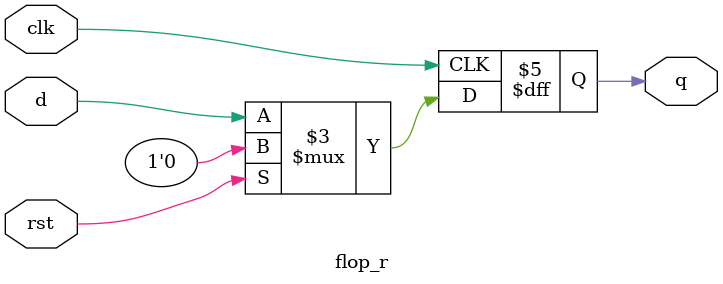
<source format=v>
`timescale 1ns / 1ps
module flop_r #(parameter width=1)
	(
    input [width-1:0] d,
    input clk,
    input rst,
    output  reg [width-1:0] q
    );

always @(posedge clk)
if(rst)		q<=0;
else		q<=d;
endmodule

</source>
